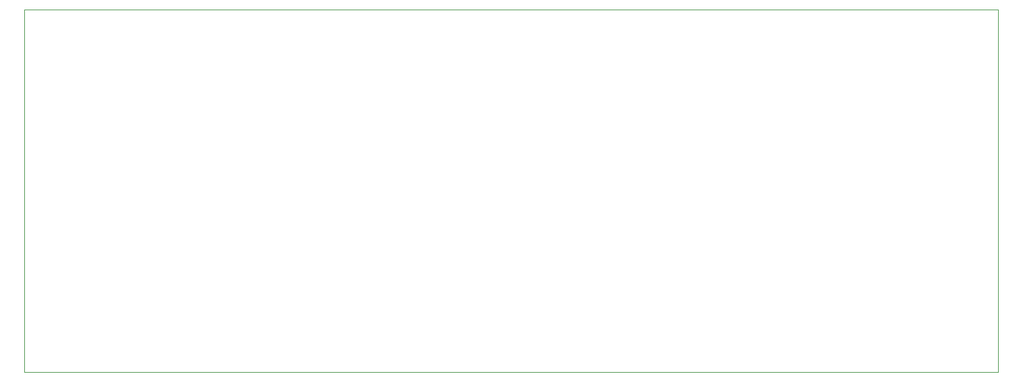
<source format=gbr>
%TF.GenerationSoftware,KiCad,Pcbnew,8.0.7*%
%TF.CreationDate,2025-02-07T19:10:24-05:00*%
%TF.ProjectId,power_supply,706f7765-725f-4737-9570-706c792e6b69,rev?*%
%TF.SameCoordinates,Original*%
%TF.FileFunction,Profile,NP*%
%FSLAX46Y46*%
G04 Gerber Fmt 4.6, Leading zero omitted, Abs format (unit mm)*
G04 Created by KiCad (PCBNEW 8.0.7) date 2025-02-07 19:10:24*
%MOMM*%
%LPD*%
G01*
G04 APERTURE LIST*
%TA.AperFunction,Profile*%
%ADD10C,0.050000*%
%TD*%
G04 APERTURE END LIST*
D10*
X62738000Y-61468000D02*
X191770000Y-61468000D01*
X191770000Y-109474000D01*
X62738000Y-109474000D01*
X62738000Y-61468000D01*
M02*

</source>
